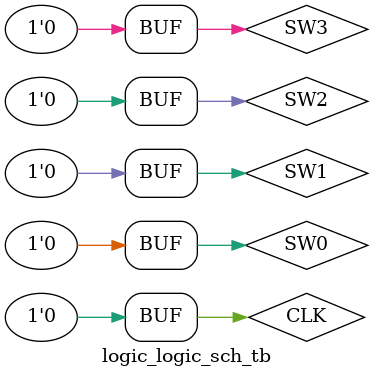
<source format=v>

`timescale 1ns / 1ps

module logic_logic_sch_tb();

// Inputs
   reg CLK;
   reg SW2;
   reg SW0;
   reg SW1;
   reg SW3;

// Output
   wire LD0;
   wire LD1;
   wire LD2;

// Bidirs

// Instantiate the UUT
   logic UUT (
		.CLK(CLK), 
		.SW2(SW2), 
		.SW0(SW0), 
		.LD0(LD0), 
		.SW1(SW1), 
		.LD1(LD1), 
		.SW3(SW3), 
		.LD2(LD2)
   );
	
		
	always
	begin 
		CLK = 1;
		#1;
		CLK = 0;
		#1;
	end
	
	initial
	begin
		// wait 100ns
		SW0 = 0;
		SW1 = 0;
		SW2 = 0;
		SW3 = 0;
		#500;
		// do stuff
		SW0 = 1;
		SW1 = 1;
		SW2 = 1;
		SW3 = 1;
		#1000;
		SW0 = 0;
		SW1 = 0;
		#1000;
		SW1 = 1;
		#1000;
		SW2 = 0;
		#2000;
		SW1 = 0;
		SW3 = 0;
	end
	
endmodule

</source>
